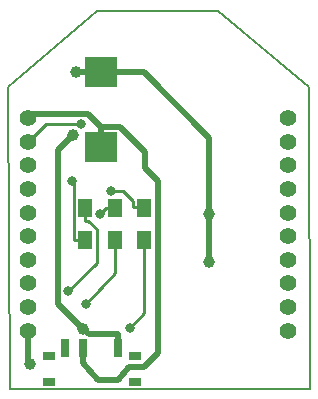
<source format=gbl>
%TF.GenerationSoftware,KiCad,Pcbnew,(5.1.0-1094-g655126d66)*%
%TF.CreationDate,2019-06-28T14:45:56+09:00*%
%TF.ProjectId,xbee,78626565-2e6b-4696-9361-645f70636258,rev?*%
%TF.SameCoordinates,Original*%
%TF.FileFunction,Copper,L2,Bot*%
%TF.FilePolarity,Positive*%
%FSLAX46Y46*%
G04 Gerber Fmt 4.6, Leading zero omitted, Abs format (unit mm)*
G04 Created by KiCad (PCBNEW (5.1.0-1094-g655126d66)) date 2019-06-28 14:45:56*
%MOMM*%
%LPD*%
G04 APERTURE LIST*
%ADD10C,0.150000*%
%ADD11R,2.700000X2.550000*%
%ADD12R,1.300000X1.500000*%
%ADD13C,1.400000*%
%ADD14R,0.700000X1.500000*%
%ADD15R,1.000000X0.800000*%
%ADD16C,0.800000*%
%ADD17C,1.000000*%
%ADD18C,0.250000*%
%ADD19C,0.500000*%
G04 APERTURE END LIST*
D10*
X143250000Y-90250000D02*
X153500000Y-90250000D01*
X135750000Y-96750000D02*
X143250000Y-90250000D01*
X135750000Y-96750000D02*
X135850000Y-122250000D01*
X153500000Y-90250000D02*
X161201100Y-96750000D01*
X161201100Y-96750000D02*
X161250000Y-122250000D01*
X161250000Y-122250000D02*
X135850000Y-122250000D01*
D11*
X143550000Y-101800000D03*
X143550000Y-95450000D03*
D12*
X147250000Y-106950000D03*
X147250000Y-109650000D03*
X142250000Y-109650000D03*
X142250000Y-106950000D03*
X144750000Y-106950000D03*
X144750000Y-109650000D03*
D13*
X159400000Y-99350000D03*
X159400000Y-101350000D03*
X159400000Y-103350000D03*
X159400000Y-105350000D03*
X159400000Y-107350000D03*
X159400000Y-109350000D03*
X159400000Y-111350000D03*
X159400000Y-113350000D03*
X159400000Y-115350000D03*
X159400000Y-117350000D03*
X137400000Y-117350000D03*
X137400000Y-115350000D03*
X137400000Y-113350000D03*
X137400000Y-111350000D03*
X137400000Y-109350000D03*
X137400000Y-107350000D03*
X137400000Y-105350000D03*
X137400000Y-103350000D03*
X137400000Y-101350000D03*
X137400000Y-99350000D03*
D14*
X145050000Y-118820000D03*
X142050000Y-118820000D03*
X140550000Y-118820000D03*
D15*
X146450000Y-121680000D03*
X139150000Y-121680000D03*
X139150000Y-119470000D03*
X146450000Y-119470000D03*
D16*
X144457800Y-105547800D03*
X141087700Y-104701800D03*
X143501700Y-107438500D03*
X141917100Y-99835800D03*
D17*
X142092400Y-117174700D03*
X141202300Y-100812400D03*
D16*
X140820300Y-114001800D03*
X142300700Y-115070400D03*
X146020000Y-117077900D03*
D17*
X137550000Y-120150000D03*
X141475400Y-95440100D03*
X152750000Y-107450000D03*
X152750000Y-111500000D03*
D18*
X147250000Y-106900000D02*
X146274700Y-106900000D01*
X145464900Y-105547800D02*
X144457800Y-105547800D01*
X146274700Y-106357600D02*
X145464900Y-105547800D01*
X146274700Y-106900000D02*
X146274700Y-106357600D01*
X142250000Y-109650000D02*
X141274700Y-109650000D01*
X141274700Y-104888800D02*
X141087700Y-104701800D01*
X141274700Y-109650000D02*
X141274700Y-104888800D01*
X143974700Y-106965500D02*
X144734500Y-106965500D01*
X144734500Y-106965500D02*
X144750000Y-106950000D01*
X143974700Y-106965500D02*
X143501700Y-107438500D01*
X138914200Y-99835800D02*
X137400000Y-101350000D01*
X141917100Y-99835800D02*
X138914200Y-99835800D01*
D19*
X142537400Y-117619700D02*
X142092400Y-117174700D01*
X145050000Y-117619700D02*
X142537400Y-117619700D01*
X145050000Y-118820000D02*
X145050000Y-117619700D01*
X139969900Y-102044800D02*
X141202300Y-100812400D01*
X139969900Y-115052200D02*
X139969900Y-102044800D01*
X142092400Y-117174700D02*
X139969900Y-115052200D01*
D18*
X143233000Y-111589100D02*
X140820300Y-114001800D01*
X143233000Y-108761900D02*
X143233000Y-111589100D01*
X142496400Y-108025300D02*
X143233000Y-108761900D01*
X142250000Y-108025300D02*
X142496400Y-108025300D01*
X142250000Y-106950000D02*
X142250000Y-108025300D01*
X144750000Y-112421100D02*
X144750000Y-109650000D01*
X144750000Y-112421100D02*
X142300700Y-115070400D01*
X147250000Y-115847900D02*
X146020000Y-117077900D01*
X147250000Y-109600000D02*
X147250000Y-115847900D01*
D19*
X143550000Y-101800000D02*
X143550000Y-100074700D01*
X142457900Y-98982600D02*
X143550000Y-100074700D01*
X137767400Y-98982600D02*
X142457900Y-98982600D01*
X137400000Y-99350000D02*
X137767400Y-98982600D01*
X137400000Y-117350000D02*
X137400000Y-120000000D01*
X137400000Y-120000000D02*
X137550000Y-120150000D01*
X141739800Y-95440100D02*
X141749700Y-95450000D01*
X141475400Y-95440100D02*
X141739800Y-95440100D01*
X143550000Y-95450000D02*
X141749700Y-95450000D01*
X142050000Y-120070000D02*
X142050000Y-118820000D01*
X145969998Y-120450000D02*
X145010000Y-121530000D01*
X147190002Y-120440000D02*
X146210000Y-120450000D01*
X148430000Y-119200002D02*
X147190002Y-120440000D01*
X148430000Y-104655300D02*
X148430000Y-119200002D01*
X146210000Y-120450000D02*
X145969998Y-120450000D01*
X145010000Y-121530000D02*
X143340000Y-121540000D01*
X145174700Y-100074700D02*
X147350000Y-102250000D01*
X147350000Y-103575300D02*
X148430000Y-104655300D01*
X147350000Y-102250000D02*
X147350000Y-103575300D01*
X143340000Y-121540000D02*
X142050000Y-120070000D01*
X143550000Y-100074700D02*
X145174700Y-100074700D01*
X147210002Y-95450000D02*
X145400000Y-95450000D01*
X152750000Y-107450000D02*
X152750000Y-100989998D01*
X152750000Y-100989998D02*
X147210002Y-95450000D01*
X145400000Y-95450000D02*
X143550000Y-95450000D01*
X152750000Y-107450000D02*
X152750000Y-111500000D01*
M02*

</source>
